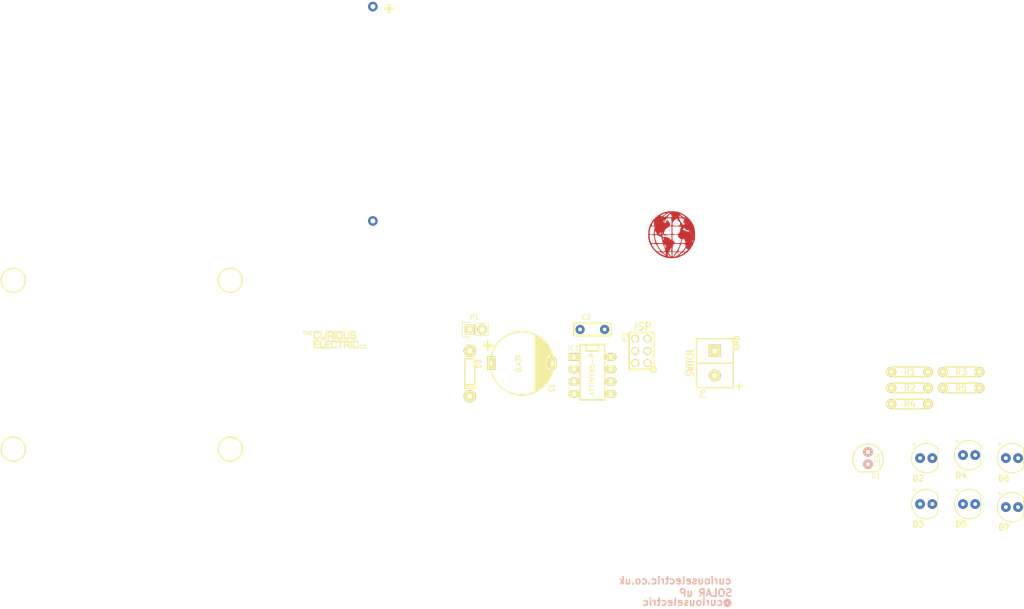
<source format=kicad_pcb>
(kicad_pcb (version 20171130) (host pcbnew "(5.1.0)-1")
  (layers (0 F.Cu signal) (31 B.Cu signal) (34 B.Paste user) (35 F.Paste user) (36 B.SilkS user) (37 F.SilkS user) (38 B.Mask user) (39 F.Mask user) (44 Edge.Cuts user))
  (net 0 "")
  (net 1 GND)
  (net 2 VCC)
  (net 3 "Net-(IC1-Pad1)")
  (net 4 /LED1)
  (net 5 /LED0)
  (net 6 /LED2)
  (net 7 /LED3)
  (net 8 "Net-(D9-Pad2)")
  (net 9 /SWITCH)
  (net 10 "Net-(P5-Pad1)")
  (net 11 "Net-(D1-Pad2)")
  (net 12 "Net-(D1-Pad1)")
  (net 13 "Net-(D3-Pad1)")
  (net 14 "Net-(D5-Pad1)")
  (module REInnovationFootprint:C_0_47F_SuperCap (layer F.Cu) (at 121.285 93.98)
    (fp_text reference C1 (at 6.143 5.16 -270) (layer F.SilkS) (effects (font (size 1.143 0.889) (thickness 0.2032))))
    (fp_text value 0.47F (at -0.635 0 -270) (layer F.SilkS) (effects (font (size 1.143 0.889) (thickness 0.2032))))
    (fp_text user + (at -6.985 -3.81) (layer F.SilkS) (effects (font (size 2.5 2.5) (thickness 0.5))))
    (pad 1 thru_hole rect (at -6.35 0) (size 1.6 2.8) (drill oval 0.5 1) (layers *.Cu *.Mask F.SilkS) (net 2 VCC))
    (pad 2 thru_hole oval (at 6.35 0) (size 1.6 2.8) (drill oval 0.5 1) (layers *.Cu *.Mask F.SilkS) (net 1 GND))
  )
  (module REInnovationFootprint:TH_Diode_1 (layer F.Cu) (at 110.49 95.758 270)
    (fp_text reference D9 (at -1.604 -1.858 270) (layer F.SilkS) (effects (font (size 1.016 1.016) (thickness 0.2032))))
    (fp_text value 1N5819 hide)
    (pad 1 thru_hole circle (at 5.08 0 270) (size 2.54 2.54) (drill 1.00076) (layers *.Cu *.Mask F.SilkS) (net 2 VCC))
    (pad 2 thru_hole circle (at -4.318 0 270) (size 2.54 2.54) (drill 1.00076) (layers *.Cu *.Mask F.SilkS) (net 8 "Net-(D9-Pad2)"))
  )
  (module REInnovationFootprint:DIP-8_300_ELL (layer F.Cu) (at 135.89 100.33 270)
    (fp_text reference IC1 (at -9.478 3.89) (layer F.SilkS))
    (fp_text value ATTINY85-P (at -4.017 0.08 270) (layer F.SilkS))
    (pad 1 thru_hole rect (at -7.62 3.81 270) (size 1.5748 2.286) (drill 0.8128) (layers *.Cu *.Mask F.SilkS) (net 3 "Net-(IC1-Pad1)"))
    (pad 2 thru_hole oval (at -5.08 3.81 270) (size 1.5748 2.286) (drill 0.8128) (layers *.Cu *.Mask F.SilkS) (net 4 /LED1))
    (pad 3 thru_hole oval (at -2.54 3.81 270) (size 1.5748 2.286) (drill 0.8128) (layers *.Cu *.Mask F.SilkS) (net 5 /LED0))
    (pad 4 thru_hole oval (at 0 3.81 270) (size 1.5748 2.286) (drill 0.8128) (layers *.Cu *.Mask F.SilkS) (net 1 GND))
    (pad 5 thru_hole oval (at 0 -3.81 270) (size 1.5748 2.286) (drill 0.8128) (layers *.Cu *.Mask F.SilkS) (net 7 /LED3))
    (pad 6 thru_hole oval (at -2.54 -3.81 270) (size 1.5748 2.286) (drill 0.8128) (layers *.Cu *.Mask F.SilkS) (net 6 /LED2))
    (pad 7 thru_hole oval (at -5.08 -3.81 270) (size 1.5748 2.286) (drill 0.8128) (layers *.Cu *.Mask F.SilkS) (net 9 /SWITCH))
    (pad 8 thru_hole oval (at -7.62 -3.81 270) (size 1.5748 2.286) (drill 0.8128) (layers *.Cu *.Mask F.SilkS) (net 2 VCC))
  )
  (module CuriousElectric3:CEC_Globe_10mm_FCU (layer F.Cu) (at 152.4 67.31)
    (fp_text reference P5 hide)
    (fp_text value LOGO1 hide)
    (fp_poly (pts (xy 0.230092 -4.822486) (xy 0.792908 -4.777429) (xy 1.267235 -4.688807) (xy 1.340706 -4.667542) (xy 2.157578 -4.328299) (xy 2.906366 -3.848203) (xy 3.436072 -3.372761) (xy 3.895128 -2.844669) (xy 4.241358 -2.322757) (xy 4.515748 -1.74238) (xy 4.585661 -1.559568) (xy 4.694208 -1.134991) (xy 4.761463 -0.602005) (xy 4.786724 -0.016601) (xy 4.769288 0.565234) (xy 4.708454 1.087509) (xy 4.623268 1.439333) (xy 4.251352 2.306343) (xy 3.758998 3.062829) (xy 3.153541 3.700203) (xy 2.442312 4.209878) (xy 2.105847 4.38761) (xy 1.727794 4.554278) (xy 1.34502 4.700212) (xy 1.024552 4.800467) (xy 0.948332 4.818372) (xy 0.590714 4.866643) (xy 0.138732 4.892962) (xy -0.333906 4.896002) (xy -0.753492 4.874436) (xy -0.931334 4.852214) (xy -1.397145 4.736206) (xy -1.917506 4.546832) (xy -2.413737 4.315238) (xy -2.683125 4.158727) (xy -3.248282 3.720076) (xy -2.794 3.720076) (xy -2.723212 3.790508) (xy -2.53362 3.912526) (xy -2.259386 4.065085) (xy -2.106863 4.14341) (xy -1.742472 4.318379) (xy -1.472379 4.43308) (xy -1.310818 4.483029) (xy -1.27202 4.463741) (xy -1.359776 4.378807) (xy -1.496247 4.269403) (xy -1.575752 4.204574) (xy -0.925894 4.204574) (xy -0.868603 4.341183) (xy -0.758702 4.471368) (xy -0.609663 4.59228) (xy -0.467889 4.653021) (xy -0.378369 4.643933) (xy -0.379736 4.628244) (xy 0.360409 4.628244) (xy 0.402507 4.646152) (xy 0.458702 4.628721) (xy 0.645329 4.57917) (xy 0.718202 4.572) (xy 0.837498 4.523907) (xy 1.038601 4.39991) (xy 1.149702 4.322145) (xy 1.511351 4.322145) (xy 1.525151 4.349207) (xy 1.637851 4.317468) (xy 1.651 4.312843) (xy 1.883427 4.213103) (xy 2.163446 4.070201) (xy 2.260457 4.015442) (xy 2.536293 3.839645) (xy 2.657844 3.722174) (xy 2.62795 3.658231) (xy 2.481496 3.642408) (xy 2.241535 3.713368) (xy 1.932671 3.926596) (xy 1.820333 4.023471) (xy 1.606421 4.219246) (xy 1.511351 4.322145) (xy 1.149702 4.322145) (xy 1.280736 4.230428) (xy 1.523129 4.045881) (xy 1.725007 3.876688) (xy 1.845597 3.75327) (xy 1.862666 3.718156) (xy 1.787142 3.671251) (xy 1.59677 3.643708) (xy 1.49492 3.640666) (xy 1.278331 3.653337) (xy 1.118297 3.712591) (xy 0.959046 3.850292) (xy 0.790977 4.042833) (xy 0.545686 4.34238) (xy 0.405149 4.532252) (xy 0.360409 4.628244) (xy -0.379736 4.628244) (xy -0.386092 4.555355) (xy -0.388599 4.550833) (xy -0.522195 4.362262) (xy -0.678414 4.202742) (xy -0.811145 4.1151) (xy -0.858974 4.113939) (xy -0.925894 4.204574) (xy -1.575752 4.204574) (xy -1.708706 4.096164) (xy -1.876496 3.958166) (xy -2.206667 3.73062) (xy -2.309146 3.698) (xy -1.862667 3.698) (xy -1.803602 3.782977) (xy -1.655475 3.927497) (xy -1.5875 3.986346) (xy -1.414453 4.124509) (xy -1.329278 4.158385) (xy -1.293209 4.096099) (xy -1.284472 4.049855) (xy -1.283022 3.848459) (xy -1.302981 3.761509) (xy -1.341434 3.73225) (xy -0.762 3.73225) (xy -0.714139 3.832567) (xy -0.594367 4.010218) (xy -0.4384 4.218718) (xy -0.281957 4.411577) (xy -0.160755 4.542309) (xy -0.116801 4.572) (xy -0.099198 4.495397) (xy -0.087526 4.297806) (xy -0.084667 4.106333) (xy -0.084667 3.640666) (xy 0.084666 3.640666) (xy 0.08846 4.1275) (xy 0.092254 4.614333) (xy 0.46946 4.193318) (xy 0.660959 3.970404) (xy 0.796726 3.794853) (xy 0.846666 3.706485) (xy 0.770958 3.667224) (xy 0.579417 3.64368) (xy 0.465666 3.640666) (xy 0.084666 3.640666) (xy -0.084667 3.640666) (xy -0.423334 3.640666) (xy -0.635502 3.660978) (xy -0.753397 3.711741) (xy -0.762 3.73225) (xy -1.341434 3.73225) (xy -1.395683 3.690973) (xy -1.564703 3.647262) (xy -1.740008 3.638322) (xy -1.85156 3.6721) (xy -1.862667 3.698) (xy -2.309146 3.698) (xy -2.483261 3.642578) (xy -2.527554 3.640666) (xy -2.711226 3.662681) (xy -2.793663 3.716072) (xy -2.794 3.720076) (xy -3.248282 3.720076) (xy -3.271249 3.70225) (xy -3.808462 3.140101) (xy -4.266574 2.510811) (xy -4.533182 2.010833) (xy -4.233017 2.010833) (xy -4.178475 2.167604) (xy -4.035999 2.406897) (xy -3.835777 2.689908) (xy -3.608002 2.977831) (xy -3.382863 3.231864) (xy -3.19055 3.4132) (xy -3.093657 3.475295) (xy -2.877856 3.531343) (xy -2.644773 3.549618) (xy -2.469682 3.526676) (xy -2.433093 3.505536) (xy -2.450226 3.415203) (xy -2.546802 3.233849) (xy -2.660337 3.061036) (xy -2.862439 2.758868) (xy -3.059312 2.440438) (xy -3.135613 2.307166) (xy -3.259051 2.098237) (xy -3.298381 2.061206) (xy -3.048 2.061206) (xy -3.001712 2.192223) (xy -2.880931 2.416216) (xy -2.712787 2.690711) (xy -2.524409 2.973234) (xy -2.342926 3.221309) (xy -2.201563 3.386437) (xy -1.986062 3.511331) (xy -1.732527 3.538716) (xy -1.508553 3.46951) (xy -1.42444 3.387458) (xy -0.532896 3.387458) (xy -0.511343 3.511738) (xy -0.352842 3.544441) (xy -0.309511 3.539675) (xy -0.206551 3.505842) (xy -0.14874 3.414156) (xy -0.120758 3.223487) (xy -0.113644 3.070894) (xy 0.083959 3.070894) (xy 0.092513 3.331435) (xy 0.135354 3.491521) (xy 0.145014 3.503458) (xy 0.259335 3.53471) (xy 0.477659 3.543366) (xy 0.589514 3.538736) (xy 0.783913 3.52087) (xy 0.91714 3.476714) (xy 0.951281 3.444301) (xy 1.318578 3.444301) (xy 1.320044 3.483809) (xy 1.434653 3.536221) (xy 1.645996 3.553824) (xy 1.885244 3.537356) (xy 2.08357 3.487555) (xy 2.109152 3.475354) (xy 2.120173 3.465684) (xy 2.455333 3.465684) (xy 2.518506 3.549278) (xy 2.677627 3.550474) (xy 2.887094 3.479816) (xy 3.101308 3.347846) (xy 3.152497 3.304481) (xy 3.315695 3.149825) (xy 3.361178 3.075912) (xy 3.299169 3.05255) (xy 3.2385 3.050481) (xy 3.084796 3.000149) (xy 3.048 2.921) (xy 3.007622 2.808251) (xy 2.973382 2.794) (xy 2.877714 2.857553) (xy 2.736618 3.012111) (xy 2.591861 3.20352) (xy 2.485208 3.377626) (xy 2.455333 3.465684) (xy 2.120173 3.465684) (xy 2.23373 3.366049) (xy 2.409473 3.160803) (xy 2.579079 2.931187) (xy 2.748036 2.677322) (xy 2.831541 2.5109) (xy 2.843586 2.382307) (xy 2.798162 2.241929) (xy 2.783158 2.207499) (xy 2.693082 2.04516) (xy 2.573344 1.969303) (xy 2.362513 1.94792) (xy 2.283866 1.947333) (xy 1.899735 1.947333) (xy 1.587582 2.679476) (xy 1.456422 3.004776) (xy 1.362527 3.272427) (xy 1.318578 3.444301) (xy 0.951281 3.444301) (xy 1.025305 3.374026) (xy 1.144516 3.180561) (xy 1.281327 2.921) (xy 1.48774 2.521428) (xy 1.613378 2.249383) (xy 1.652113 2.080399) (xy 1.597813 1.990009) (xy 1.44435 1.953746) (xy 1.185594 1.947145) (xy 1.037386 1.947333) (xy 0.370029 1.947333) (xy 0.227347 2.246539) (xy 0.155045 2.472446) (xy 0.106026 2.765898) (xy 0.083959 3.070894) (xy -0.113644 3.070894) (xy -0.110603 3.005666) (xy -0.106733 2.744351) (xy -0.118935 2.63965) (xy -0.149645 2.679394) (xy -0.166175 2.728232) (xy -0.273097 2.964785) (xy -0.414252 3.182684) (xy -0.532896 3.387458) (xy -1.42444 3.387458) (xy -1.412439 3.375752) (xy -1.386179 3.256523) (xy -1.425702 3.06063) (xy -1.538351 2.758926) (xy -1.609701 2.592585) (xy -1.825083 2.102487) (xy -1.628362 2.102487) (xy -1.574817 2.282258) (xy -1.50802 2.455333) (xy -1.40357 2.689592) (xy -1.321413 2.843327) (xy -1.289898 2.878666) (xy -1.273971 2.804178) (xy -1.284178 2.617131) (xy -1.294766 2.527797) (xy -1.378806 2.222201) (xy -1.52516 2.058202) (xy -1.625142 2.033296) (xy -1.628362 2.102487) (xy -1.825083 2.102487) (xy -1.893269 1.947333) (xy -2.470635 1.947333) (xy -2.798436 1.957141) (xy -2.982402 1.989791) (xy -3.04707 2.050124) (xy -3.048 2.061206) (xy -3.298381 2.061206) (xy -3.372433 1.991485) (xy -3.537482 1.952617) (xy -3.783258 1.947333) (xy -4.03334 1.958116) (xy -4.196617 1.985844) (xy -4.233017 2.010833) (xy -4.533182 2.010833) (xy -4.617393 1.852911) (xy -4.827654 1.227619) (xy -4.890095 0.802586) (xy -4.917063 0.277066) (xy -4.91441 0.074936) (xy -4.682062 0.074936) (xy -4.630807 0.623818) (xy -4.58302 0.968185) (xy -4.51233 1.29212) (xy -4.453096 1.47535) (xy -4.366988 1.654808) (xy -4.266794 1.744198) (xy -4.09524 1.774802) (xy -3.898987 1.778) (xy -3.656373 1.76669) (xy -3.502075 1.737743) (xy -3.472756 1.7145) (xy -3.489326 1.608371) (xy -3.532525 1.377223) (xy -3.594605 1.061846) (xy -3.629553 0.889) (xy -3.736269 0.365632) (xy -3.556 0.365632) (xy -3.530312 0.614517) (xy -3.464284 0.931058) (xy -3.374469 1.254782) (xy -3.277422 1.525221) (xy -3.198328 1.672166) (xy -3.057982 1.734824) (xy -2.776495 1.770851) (xy -2.525797 1.778) (xy -1.939661 1.778) (xy -1.995403 1.4605) (xy -2.065894 1.065064) (xy -2.102674 0.899609) (xy -1.933783 0.899609) (xy -1.912685 0.984172) (xy -1.843164 1.077889) (xy -1.758292 1.030157) (xy -1.704002 0.914571) (xy -1.759656 0.831144) (xy -1.872452 0.771611) (xy -1.914049 0.785159) (xy -1.933783 0.899609) (xy -2.102674 0.899609) (xy -2.124913 0.799573) (xy -2.192658 0.627628) (xy -2.289327 0.51283) (xy -2.435121 0.418778) (xy -2.628192 0.320195) (xy -2.871408 0.213542) (xy -2.000616 0.213542) (xy -1.998726 0.218591) (xy -1.952165 0.409319) (xy -1.947334 0.472591) (xy -1.882083 0.567612) (xy -1.735393 0.588175) (xy -1.580863 0.527928) (xy -1.556227 0.506359) (xy -1.42059 0.476619) (xy -1.190395 0.519108) (xy -0.912998 0.613678) (xy -0.635755 0.740174) (xy -0.40602 0.878447) (xy -0.27115 1.008345) (xy -0.254 1.060507) (xy -0.207591 1.171776) (xy -0.169334 1.185333) (xy -0.12509 1.107575) (xy -0.094799 0.901593) (xy -0.084667 0.635) (xy -0.084667 0.084666) (xy 0.084666 0.084666) (xy 0.084666 0.663743) (xy 0.089747 0.974021) (xy 0.114192 1.159117) (xy 0.171807 1.263089) (xy 0.276398 1.329998) (xy 0.296333 1.339261) (xy 0.46271 1.47561) (xy 0.508 1.606851) (xy 0.522654 1.694536) (xy 0.590116 1.745871) (xy 0.745633 1.770417) (xy 1.024454 1.777735) (xy 1.13902 1.778) (xy 1.77004 1.778) (xy 1.951566 1.778) (xy 2.372783 1.778) (xy 2.629064 1.767447) (xy 2.755623 1.726633) (xy 2.791259 1.641819) (xy 2.791307 1.629833) (xy 2.739589 1.444154) (xy 2.738311 1.441966) (xy 4.179576 1.441966) (xy 4.195587 1.531422) (xy 4.263019 1.579315) (xy 4.326654 1.476046) (xy 4.382656 1.30334) (xy 4.396715 1.23069) (xy 4.353366 1.216681) (xy 4.265648 1.286065) (xy 4.179576 1.441966) (xy 2.738311 1.441966) (xy 2.670122 1.32527) (xy 2.594044 1.154595) (xy 2.597206 1.050103) (xy 2.59231 0.946321) (xy 2.555983 0.931333) (xy 2.404556 0.903039) (xy 2.336434 0.880393) (xy 2.221888 0.895175) (xy 2.124584 1.045454) (xy 2.036949 1.34543) (xy 2.004375 1.502833) (xy 1.951566 1.778) (xy 1.77004 1.778) (xy 1.858214 1.4605) (xy 1.928803 1.168854) (xy 1.936439 1.004738) (xy 1.879453 0.937828) (xy 1.829104 0.931333) (xy 1.712553 0.87854) (xy 1.559361 0.747777) (xy 1.405443 0.580465) (xy 1.321536 0.465666) (xy 4.402666 0.465666) (xy 4.445 0.508) (xy 4.487333 0.465666) (xy 4.445 0.423333) (xy 4.402666 0.465666) (xy 1.321536 0.465666) (xy 1.286715 0.418025) (xy 1.239091 0.301879) (xy 1.257624 0.272236) (xy 1.313721 0.221203) (xy 4.17777 0.221203) (xy 4.191 0.254) (xy 4.267082 0.33477) (xy 4.280663 0.338666) (xy 4.317029 0.27316) (xy 4.318 0.254) (xy 4.252912 0.172586) (xy 4.228336 0.169333) (xy 4.17777 0.221203) (xy 1.313721 0.221203) (xy 1.349655 0.188513) (xy 1.354666 0.162277) (xy 1.276925 0.125181) (xy 1.071281 0.097739) (xy 0.779101 0.085006) (xy 0.719666 0.084666) (xy 0.084666 0.084666) (xy -0.084667 0.084666) (xy -0.54635 0.084666) (xy -0.852468 0.102932) (xy -1.121586 0.149528) (xy -1.22598 0.18397) (xy -1.414542 0.240896) (xy -1.53692 0.190107) (xy -1.54323 0.18397) (xy -1.701912 0.105241) (xy -1.846326 0.084666) (xy -1.992198 0.113332) (xy -2.000616 0.213542) (xy -2.871408 0.213542) (xy -2.917827 0.193187) (xy -3.183413 0.108077) (xy -3.323167 0.086085) (xy -3.482885 0.105406) (xy -3.546115 0.200351) (xy -3.556 0.365632) (xy -3.736269 0.365632) (xy -3.784928 0.127) (xy -4.682062 0.074936) (xy -4.91441 0.074936) (xy -4.909689 -0.284567) (xy -4.907376 -0.314964) (xy -4.681503 -0.314964) (xy -4.660606 -0.166865) (xy -4.581808 -0.085116) (xy -4.580939 -0.084606) (xy -4.377671 -0.022376) (xy -4.11845 -0.006567) (xy -3.894791 -0.039618) (xy -3.839175 -0.064844) (xy -3.789619 -0.172407) (xy -3.773305 -0.249236) (xy -3.582063 -0.249236) (xy -3.54219 -0.111114) (xy -3.538127 -0.105834) (xy -3.420725 -0.010267) (xy -3.284267 -0.042763) (xy -3.227997 -0.076285) (xy -3.164121 -0.151943) (xy -3.179166 -0.21732) (xy -2.577938 -0.21732) (xy -2.577195 -0.073945) (xy -2.556087 -0.04431) (xy -2.423416 -0.006362) (xy -2.287625 -0.085643) (xy -2.216612 -0.233699) (xy -2.222485 -0.285045) (xy -2.032 -0.285045) (xy -2.005539 -0.117697) (xy -1.947481 -0.03885) (xy -1.889814 -0.080602) (xy -1.875894 -0.128398) (xy -1.898878 -0.303163) (xy -1.939394 -0.364594) (xy -2.012271 -0.395348) (xy -2.032 -0.285045) (xy -2.222485 -0.285045) (xy -2.233743 -0.383468) (xy -2.313418 -0.409684) (xy -1.68182 -0.409684) (xy -1.677171 -0.207141) (xy -1.560256 -0.077755) (xy -1.502834 -0.059753) (xy -1.149355 -0.019873) (xy -0.747014 -0.014651) (xy -0.394933 -0.044676) (xy -0.34925 -0.052917) (xy -0.084667 -0.105834) (xy -0.084667 -0.898073) (xy 0.084666 -0.898073) (xy 0.086744 -0.507216) (xy 0.108852 -0.254636) (xy 0.174797 -0.109318) (xy 0.30839 -0.040249) (xy 0.533439 -0.016414) (xy 0.766557 -0.009822) (xy 1.025354 -0.021249) (xy 1.212578 -0.094911) (xy 1.344176 -0.209102) (xy 3.916564 -0.209102) (xy 3.933518 -0.174967) (xy 4.014251 -0.087434) (xy 4.029102 -0.149163) (xy 4.008549 -0.215319) (xy 3.946216 -0.307525) (xy 3.918062 -0.305618) (xy 3.916564 -0.209102) (xy 1.344176 -0.209102) (xy 1.408952 -0.265309) (xy 1.44106 -0.298116) (xy 1.622003 -0.509478) (xy 1.70228 -0.698122) (xy 1.714678 -0.945562) (xy 1.713501 -0.975449) (xy 1.714299 -1.03373) (xy 2.218321 -1.03373) (xy 2.2421 -0.952774) (xy 2.402633 -0.931334) (xy 2.603176 -0.882818) (xy 2.70541 -0.809061) (xy 2.85349 -0.718846) (xy 3.083092 -0.658314) (xy 3.117944 -0.65396) (xy 3.341011 -0.628692) (xy 3.48684 -0.609057) (xy 3.498708 -0.6069) (xy 3.544194 -0.661657) (xy 3.540311 -0.740834) (xy 3.525376 -0.762) (xy 3.725333 -0.762) (xy 3.75422 -0.679535) (xy 3.762669 -0.677334) (xy 3.834955 -0.736663) (xy 3.852333 -0.762) (xy 3.84562 -0.840019) (xy 3.814996 -0.846667) (xy 3.728778 -0.785207) (xy 3.725333 -0.762) (xy 3.525376 -0.762) (xy 3.466036 -0.846094) (xy 3.272072 -0.902588) (xy 3.146044 -0.91538) (xy 2.907233 -0.9502) (xy 2.818523 -1.01366) (xy 2.822574 -1.05301) (xy 2.788136 -1.16682) (xy 2.668427 -1.253945) (xy 2.490812 -1.296987) (xy 2.351126 -1.210121) (xy 2.336461 -1.194315) (xy 2.218321 -1.03373) (xy 1.714299 -1.03373) (xy 1.716853 -1.219971) (xy 1.762123 -1.333715) (xy 1.828373 -1.354667) (xy 1.927907 -1.418249) (xy 1.931371 -1.502834) (xy 1.898271 -1.569773) (xy 1.809673 -1.615224) (xy 1.635947 -1.644629) (xy 1.347464 -1.663429) (xy 0.993829 -1.675032) (xy 0.084666 -1.699063) (xy 0.084666 -0.898073) (xy -0.084667 -0.898073) (xy -0.084667 -1.693334) (xy -0.371942 -1.693334) (xy -0.603192 -1.656065) (xy -0.707952 -1.566334) (xy -0.818663 -1.453742) (xy -0.881981 -1.439334) (xy -1.038384 -1.379147) (xy -1.223724 -1.235434) (xy -1.378208 -1.063469) (xy -1.442027 -0.921625) (xy -1.492325 -0.765379) (xy -1.569027 -0.639985) (xy -1.68182 -0.409684) (xy -2.313418 -0.409684) (xy -2.354904 -0.423334) (xy -2.490377 -0.359148) (xy -2.577938 -0.21732) (xy -3.179166 -0.21732) (xy -3.192722 -0.276224) (xy -3.267418 -0.413656) (xy -3.384003 -0.58721) (xy -3.470359 -0.674782) (xy -3.479718 -0.677334) (xy -3.54336 -0.605412) (xy -3.579964 -0.438358) (xy -3.582063 -0.249236) (xy -3.773305 -0.249236) (xy -3.739437 -0.408728) (xy -3.696229 -0.733435) (xy -3.680088 -0.910215) (xy -3.618826 -1.693334) (xy -3.997345 -1.693334) (xy -4.233702 -1.684369) (xy -4.360327 -1.628679) (xy -4.436782 -1.483066) (xy -4.480937 -1.342631) (xy -4.561314 -1.03092) (xy -4.634197 -0.679176) (xy -4.651444 -0.577995) (xy -4.681503 -0.314964) (xy -4.907376 -0.314964) (xy -4.869101 -0.817937) (xy -4.796432 -1.25867) (xy -4.783062 -1.311956) (xy -4.563451 -1.896058) (xy -4.193813 -1.896058) (xy -4.100031 -1.80539) (xy -3.915218 -1.818235) (xy -3.741888 -1.865711) (xy -3.666382 -1.893397) (xy -3.667984 -1.97903) (xy -3.690716 -2.179264) (xy -3.711991 -2.331015) (xy -3.726317 -2.427327) (xy -1.592512 -2.427327) (xy -1.501466 -2.373732) (xy -1.448392 -2.370667) (xy -1.281665 -2.444955) (xy -1.195452 -2.657896) (xy -1.185334 -2.800925) (xy -1.141084 -2.942392) (xy -1.026117 -2.963446) (xy -0.867107 -2.8822) (xy -0.690728 -2.716766) (xy -0.523655 -2.485253) (xy -0.42191 -2.282563) (xy -0.354984 -2.080886) (xy -0.374541 -1.984774) (xy -0.407132 -1.966846) (xy -0.47178 -1.889189) (xy -0.461198 -1.855436) (xy -0.401436 -1.78742) (xy -0.304983 -1.797737) (xy -0.218592 -1.829392) (xy -0.125014 -1.954265) (xy -0.088371 -2.206698) (xy 0.084666 -2.206698) (xy 0.096443 -1.989739) (xy 0.158922 -1.887438) (xy 0.312828 -1.845413) (xy 0.359833 -1.839248) (xy 0.903063 -1.793185) (xy 1.293438 -1.808514) (xy 1.528679 -1.8851) (xy 1.560285 -1.911048) (xy 1.660702 -2.103343) (xy 1.671391 -2.343214) (xy 1.606344 -2.574973) (xy 1.479555 -2.742935) (xy 1.338419 -2.794) (xy 1.187837 -2.851813) (xy 1.118161 -2.979876) (xy 1.158535 -3.110127) (xy 1.19171 -3.136609) (xy 1.259352 -3.230199) (xy 1.24253 -3.273025) (xy 1.129498 -3.284911) (xy 1.013298 -3.235295) (xy 0.830341 -3.152137) (xy 0.729178 -3.132667) (xy 0.613805 -3.065486) (xy 0.473633 -2.898106) (xy 0.434551 -2.836334) (xy 0.304791 -2.649729) (xy 0.19511 -2.546947) (xy 0.172188 -2.54) (xy 0.117025 -2.464975) (xy 0.086689 -2.277889) (xy 0.084666 -2.206698) (xy -0.088371 -2.206698) (xy -0.084979 -2.230064) (xy -0.099169 -2.646842) (xy -0.138509 -2.99385) (xy -0.181909 -3.310492) (xy 1.452764 -3.310492) (xy 1.487982 -3.207163) (xy 1.566333 -3.132667) (xy 1.667963 -2.968164) (xy 1.693333 -2.827919) (xy 1.768321 -2.620531) (xy 1.905 -2.489881) (xy 2.056669 -2.359984) (xy 2.116666 -2.250863) (xy 2.183276 -2.078781) (xy 2.339635 -2.00725) (xy 2.463588 -2.036419) (xy 2.612356 -2.139496) (xy 2.66272 -2.19441) (xy 2.635411 -2.286) (xy 2.921 -2.286) (xy 2.927712 -2.207982) (xy 2.958336 -2.201334) (xy 3.044554 -2.262794) (xy 3.048 -2.286) (xy 3.019113 -2.368466) (xy 3.010663 -2.370667) (xy 2.938377 -2.311338) (xy 2.921 -2.286) (xy 2.635411 -2.286) (xy 2.634259 -2.289862) (xy 2.502037 -2.422275) (xy 2.478082 -2.440332) (xy 2.407082 -2.497667) (xy 3.132666 -2.497667) (xy 3.175 -2.455334) (xy 3.217333 -2.497667) (xy 3.175 -2.54) (xy 3.132666 -2.497667) (xy 2.407082 -2.497667) (xy 2.327586 -2.561862) (xy 2.317381 -2.596445) (xy 3.414888 -2.596445) (xy 3.426511 -2.546111) (xy 3.471333 -2.54) (xy 3.541023 -2.570979) (xy 3.527777 -2.596445) (xy 3.427298 -2.606578) (xy 3.414888 -2.596445) (xy 2.317381 -2.596445) (xy 2.301797 -2.64925) (xy 2.376708 -2.751667) (xy 2.963333 -2.751667) (xy 3.005666 -2.709334) (xy 3.048 -2.751667) (xy 3.005666 -2.794) (xy 2.963333 -2.751667) (xy 2.376708 -2.751667) (xy 2.385136 -2.763189) (xy 2.392979 -2.771878) (xy 2.518291 -2.945047) (xy 2.509928 -3.086093) (xy 2.399877 -3.231834) (xy 2.233756 -3.334501) (xy 2.568769 -3.334501) (xy 2.582333 -3.302) (xy 2.694492 -3.220495) (xy 2.719326 -3.217334) (xy 2.76523 -3.2695) (xy 2.751666 -3.302) (xy 2.639507 -3.383506) (xy 2.614673 -3.386667) (xy 2.568769 -3.334501) (xy 2.233756 -3.334501) (xy 2.219661 -3.343212) (xy 1.924514 -3.385557) (xy 1.849544 -3.386667) (xy 1.571276 -3.368524) (xy 1.452764 -3.310492) (xy -0.181909 -3.310492) (xy -0.19235 -3.386667) (xy -0.633386 -3.386667) (xy -0.934903 -3.366136) (xy -1.14458 -3.282285) (xy -1.311741 -3.101727) (xy -1.471457 -2.819372) (xy -1.582071 -2.567368) (xy -1.592512 -2.427327) (xy -3.726317 -2.427327) (xy -3.760308 -2.655826) (xy -1.857042 -2.655826) (xy -1.791591 -2.624667) (xy -1.709884 -2.693324) (xy -1.615172 -2.855868) (xy -1.547758 -3.012415) (xy -1.566433 -3.030775) (xy -1.686249 -2.927413) (xy -1.828239 -2.766177) (xy -1.857042 -2.655826) (xy -3.760308 -2.655826) (xy -3.774566 -2.751667) (xy -4.009985 -2.383956) (xy -4.164205 -2.091346) (xy -4.193813 -1.896058) (xy -4.563451 -1.896058) (xy -4.491556 -2.087275) (xy -4.054312 -2.805426) (xy -3.490567 -3.447418) (xy -3.251913 -3.641911) (xy -0.931334 -3.641911) (xy -0.855189 -3.592904) (xy -0.660498 -3.561799) (xy -0.508 -3.556) (xy -0.084667 -3.556) (xy -0.084667 -3.725334) (xy 1.524 -3.725334) (xy 1.573608 -3.592549) (xy 1.735666 -3.556) (xy 1.894797 -3.58397) (xy 1.947333 -3.637688) (xy 1.881773 -3.731343) (xy 1.737291 -3.834295) (xy 1.592188 -3.89295) (xy 1.571899 -3.894667) (xy 1.532927 -3.823487) (xy 1.524 -3.725334) (xy -0.084667 -3.725334) (xy -0.084667 -3.841967) (xy -0.12383 -4.076313) (xy -0.188867 -4.187445) (xy 1.652532 -4.187445) (xy 1.723728 -4.084948) (xy 1.873504 -3.947193) (xy 2.068442 -3.799935) (xy 2.275126 -3.668929) (xy 2.46014 -3.57993) (xy 2.566163 -3.55623) (xy 2.72481 -3.581131) (xy 2.750576 -3.642431) (xy 2.638617 -3.742749) (xy 2.427101 -3.880982) (xy 2.170334 -4.027002) (xy 1.922626 -4.150683) (xy 1.738283 -4.221898) (xy 1.693333 -4.228929) (xy 1.652532 -4.187445) (xy -0.188867 -4.187445) (xy -0.219535 -4.239848) (xy -0.220984 -4.241066) (xy -0.318038 -4.292295) (xy -0.423392 -4.255697) (xy -0.578597 -4.111637) (xy -0.644317 -4.04101) (xy -0.810195 -3.844098) (xy -0.913855 -3.690434) (xy -0.931334 -3.641911) (xy -3.251913 -3.641911) (xy -3.147055 -3.727365) (xy -1.800971 -3.727365) (xy -1.776232 -3.686847) (xy -1.616581 -3.680257) (xy -1.533774 -3.682047) (xy -1.337738 -3.703248) (xy -1.17415 -3.775181) (xy -0.99478 -3.927529) (xy -0.803953 -4.131208) (xy -0.620061 -4.346642) (xy -0.504711 -4.50367) (xy -0.480373 -4.571339) (xy -0.483969 -4.572) (xy -0.601193 -4.528508) (xy -0.813255 -4.416138) (xy -1.075528 -4.262052) (xy -1.343387 -4.093411) (xy -1.572204 -3.937376) (xy -1.716809 -3.821647) (xy -1.800971 -3.727365) (xy -3.147055 -3.727365) (xy -2.919375 -3.912913) (xy -2.320782 -3.912913) (xy -2.282398 -3.847994) (xy -2.223174 -3.786709) (xy -2.156305 -3.771337) (xy -2.049252 -3.815132) (xy -1.869476 -3.931349) (xy -1.5875 -4.131052) (xy -1.372071 -4.289856) (xy -1.226119 -4.406628) (xy -1.185334 -4.449187) (xy -1.254859 -4.446036) (xy -1.431743 -4.391942) (xy -1.668447 -4.304377) (xy -1.917433 -4.200814) (xy -2.113033 -4.108213) (xy -2.285016 -4.00137) (xy -2.320782 -3.912913) (xy -2.919375 -3.912913) (xy -2.819555 -3.994261) (xy -2.060513 -4.426966) (xy -1.360467 -4.690843) (xy -0.909478 -4.779735) (xy -0.35833 -4.823435) (xy 0.230092 -4.822486)) (layer F.Cu) (width 0.01))
    (pad 1 smd circle (at 0 0) (size 0.01 0.01) (layers F.Cu F.Paste F.Mask) (net 10 "Net-(P5-Pad1)") (clearance 5))
  )
  (module CuriousElectric3:TCEC_Words_13mm (layer F.Cu) (at 75.565 86.995)
    (fp_text reference P7 hide)
    (fp_text value LOGO2 hide)
  )
  (module REInnovationFootprint:LED-5MM_larg_pad (layer F.Cu) (at 193.04 113.665 270)
    (fp_text reference D1 (at 3.683 -1.651) (layer F.SilkS))
    (fp_text value LED (at 0.381 -1.905 270) (layer F.SilkS))
    (pad 2 thru_hole circle (at -1.27 0 270) (size 2.032 2.032) (drill 0.8128) (layers *.Cu *.SilkS *.Mask F.Paste) (net 11 "Net-(D1-Pad2)"))
    (pad 1 thru_hole circle (at 1.27 0 270) (size 2.032 2.032) (drill 0.8128) (layers *.Cu *.SilkS *.Mask F.Paste) (net 12 "Net-(D1-Pad1)"))
  )
  (module REInnovationFootprint:C1_wide_lg_pad_2 (layer F.Cu) (at 137.16 86.995 180)
    (fp_text reference C2 (at 2.54 2.54 180) (layer F.SilkS) (effects (font (size 1.016 1.016) (thickness 0.2032))))
    (fp_text value 100n hide)
    (pad 1 thru_hole circle (at -1.27 0 180) (size 1.905 1.905) (drill 0.8001) (layers *.Cu *.Mask) (net 2 VCC))
    (pad 2 thru_hole circle (at 3.81 0 180) (size 1.905 1.905) (drill 0.8001) (layers *.Cu *.Mask) (net 1 GND))
  )
  (module REInnovationFootprint:LED-5MM_larg_pad (layer F.Cu) (at 205.105 113.665)
    (fp_text reference D2 (at -1.651 4.191 -180) (layer F.SilkS) (effects (font (size 1.2 1.2) (thickness 0.3))))
    (fp_text value LED hide)
    (fp_text user + (at -2.54 -2.921) (layer F.SilkS))
    (pad 2 thru_hole circle (at 1.27 0) (size 2.032 2.032) (drill 0.8128) (layers *.Cu *.Mask) (net 12 "Net-(D1-Pad1)"))
    (pad 1 thru_hole circle (at -1.27 0) (size 2.032 2.032) (drill 0.8128) (layers *.Cu *.Mask) (net 11 "Net-(D1-Pad2)"))
  )
  (module REInnovationFootprint:LED-5MM_larg_pad (layer F.Cu) (at 205.105 123.19)
    (fp_text reference D3 (at -1.651 4.191 -180) (layer F.SilkS) (effects (font (size 1.2 1.2) (thickness 0.3))))
    (fp_text value LED hide)
    (fp_text user + (at -2.54 -2.921) (layer F.SilkS))
    (pad 1 thru_hole circle (at -1.27 0) (size 2.032 2.032) (drill 0.8128) (layers *.Cu *.Mask) (net 13 "Net-(D3-Pad1)"))
    (pad 2 thru_hole circle (at 1.27 0) (size 2.032 2.032) (drill 0.8128) (layers *.Cu *.Mask) (net 12 "Net-(D1-Pad1)"))
  )
  (module REInnovationFootprint:LED-5MM_larg_pad (layer F.Cu) (at 213.995 113.03)
    (fp_text reference D4 (at -1.651 4.191 -180) (layer F.SilkS) (effects (font (size 1.2 1.2) (thickness 0.3))))
    (fp_text value LED hide)
    (fp_text user + (at -2.54 -2.921) (layer F.SilkS))
    (pad 2 thru_hole circle (at 1.27 0) (size 2.032 2.032) (drill 0.8128) (layers *.Cu *.Mask) (net 13 "Net-(D3-Pad1)"))
    (pad 1 thru_hole circle (at -1.27 0) (size 2.032 2.032) (drill 0.8128) (layers *.Cu *.Mask) (net 12 "Net-(D1-Pad1)"))
  )
  (module REInnovationFootprint:LED-5MM_larg_pad (layer F.Cu) (at 213.995 123.19)
    (fp_text reference D5 (at -1.651 4.191 -180) (layer F.SilkS) (effects (font (size 1.2 1.2) (thickness 0.3))))
    (fp_text value LED hide)
    (fp_text user + (at -2.54 -2.921) (layer F.SilkS))
    (pad 1 thru_hole circle (at -1.27 0) (size 2.032 2.032) (drill 0.8128) (layers *.Cu *.Mask) (net 14 "Net-(D5-Pad1)"))
    (pad 2 thru_hole circle (at 1.27 0) (size 2.032 2.032) (drill 0.8128) (layers *.Cu *.Mask) (net 13 "Net-(D3-Pad1)"))
  )
  (module REInnovationFootprint:LED-5MM_larg_pad (layer F.Cu) (at 222.885 113.665)
    (fp_text reference D6 (at -1.651 4.191 -180) (layer F.SilkS) (effects (font (size 1.2 1.2) (thickness 0.3))))
    (fp_text value LED hide)
    (fp_text user + (at -2.54 -2.921) (layer F.SilkS))
    (pad 2 thru_hole circle (at 1.27 0) (size 2.032 2.032) (drill 0.8128) (layers *.Cu *.Mask) (net 14 "Net-(D5-Pad1)"))
    (pad 1 thru_hole circle (at -1.27 0) (size 2.032 2.032) (drill 0.8128) (layers *.Cu *.Mask) (net 13 "Net-(D3-Pad1)"))
  )
  (module REInnovationFootprint:LED-5MM_larg_pad (layer F.Cu) (at 222.885 123.825)
    (fp_text reference D7 (at -1.651 4.191 -180) (layer F.SilkS) (effects (font (size 1.2 1.2) (thickness 0.3))))
    (fp_text value LED hide)
    (fp_text user + (at -2.54 -2.921) (layer F.SilkS))
    (pad 1 thru_hole circle (at -1.27 0) (size 2.032 2.032) (drill 0.8128) (layers *.Cu *.Mask) (net 11 "Net-(D1-Pad2)"))
    (pad 2 thru_hole circle (at 1.27 0) (size 2.032 2.032) (drill 0.8128) (layers *.Cu *.Mask) (net 14 "Net-(D5-Pad1)"))
  )
  (module REInnovationFootprint:ISP_3x2 (layer F.Cu) (at 146.05 90.805 90)
    (fp_text reference P2 (at 2.239 -3.382 90) (layer F.SilkS))
    (fp_text value ISP (at 4.398 0.301) (layer F.SilkS) (effects (font (size 1.524 1.524) (thickness 0.3048))))
    (pad 2 thru_hole circle (at -3.175 -1.27 90) (size 1.6002 1.6002) (drill 1.00076) (layers *.Cu *.Mask F.SilkS) (net 2 VCC))
    (pad 1 thru_hole circle (at -3.175 1.27 90) (size 1.6002 1.6002) (drill 1.00076) (layers *.Cu *.Mask F.SilkS) (net 6 /LED2))
    (pad 4 thru_hole circle (at -0.635 -1.27 90) (size 1.6002 1.6002) (drill 1.00076) (layers *.Cu *.Mask F.SilkS) (net 7 /LED3))
    (pad 3 thru_hole circle (at -0.635 1.27 90) (size 1.6002 1.6002) (drill 1.00076) (layers *.Cu *.Mask F.SilkS) (net 9 /SWITCH))
    (pad 6 thru_hole circle (at 1.905 -1.27 90) (size 1.6002 1.6002) (drill 1.00076) (layers *.Cu *.Mask F.SilkS) (net 1 GND))
    (pad 5 thru_hole circle (at 1.905 1.27 90) (size 1.6002 1.6002) (drill 1.00076) (layers *.Cu *.Mask F.SilkS) (net 3 "Net-(IC1-Pad1)"))
  )
  (module REInnovationFootprint:SIL-2_screw_terminal (layer F.Cu) (at 161.29 91.44 270)
    (fp_text reference P6 (at 8.89 2.54 270) (layer F.SilkS))
    (fp_text value SWITCH (at 2.54 5.08 270) (layer F.SilkS) (effects (font (size 1.524 1.016) (thickness 0.254))))
    (fp_text user + (at 7.366 -4.953 270) (layer F.SilkS) (effects (font (size 1.524 1.524) (thickness 0.3048))))
    (fp_text user GND (at -1.651 -4.572 90) (layer F.SilkS) (effects (font (thickness 0.25))))
    (pad 2 thru_hole circle (at 5.08 0 270) (size 2.49936 2.49936) (drill 1.00076) (layers *.Cu *.Mask F.SilkS) (net 1 GND))
    (pad 1 thru_hole rect (at 0 0 270) (size 2.49936 2.49936) (drill 1.00076) (layers *.Cu *.Mask F.SilkS) (net 9 /SWITCH))
  )
  (module REInnovationFootprint:Pin_Header_Straight_1x02 (layer F.Cu) (at 110.49 86.995 90)
    (fp_text reference P1 (at 2.54 1.016 180) (layer F.SilkS))
    (fp_text value SOLAR hide)
    (pad 1 thru_hole rect (at 0 0 90) (size 2.032 2.032) (drill 1.016) (layers *.Cu *.Mask F.SilkS) (net 8 "Net-(D9-Pad2)"))
    (pad 2 thru_hole oval (at 0 2.54 90) (size 2.032 2.032) (drill 1.016) (layers *.Cu *.Mask F.SilkS) (net 1 GND))
  )
  (module REInnovationFootprint:PCB_Holes_40x50 (layer F.Cu) (at 13.335 114.3)
    (fp_text reference P4 hide)
    (fp_text value HOLES hide)
    (pad "" np_thru_hole circle (at 47.5 -37.5) (size 3 3) (drill 3) (layers *.Cu *.Mask))
    (pad "" np_thru_hole circle (at 2.5 -37.5) (size 3 3) (drill 3) (layers *.Cu *.Mask))
    (pad "" np_thru_hole circle (at 47.5 -2.5) (size 3 3) (drill 3) (layers *.Cu *.Mask))
    (pad "" np_thru_hole circle (at 2.5 -2.5) (size 3 3) (drill 3) (layers *.Cu *.Mask))
  )
  (module REInnovationFootprint:PV_50x30mm_round (layer F.Cu) (at 75.145 67.04)
    (fp_text reference SC1 hide)
    (fp_text value PV_CELL hide)
    (fp_text user + (at 18.495 -46.562 90) (layer F.SilkS) (effects (font (size 2 2) (thickness 0.5))))
    (pad 2 thru_hole circle (at 15.24 -2.54) (size 2 2) (drill 1) (layers *.Cu *.Mask) (net 1 GND))
    (pad 1 thru_hole circle (at 15.24 -46.99) (size 2 2) (drill 1) (layers *.Cu *.Mask) (net 8 "Net-(D9-Pad2)"))
  )
  (module REInnovationFootprint:R3-LARGE_PADS_0_8_hole (layer F.Cu) (at 201.676 95.783401)
    (fp_text reference R1 (at 0 0) (layer F.SilkS) (effects (font (size 1.397 1.27) (thickness 0.2032))))
    (fp_text value 120 hide)
    (pad 1 thru_hole circle (at -3.81 0) (size 2.032 2.032) (drill 0.8001) (layers *.Cu *.Mask F.SilkS) (net 11 "Net-(D1-Pad2)"))
    (pad 2 thru_hole circle (at 3.81 0) (size 2.032 2.032) (drill 0.8001) (layers *.Cu *.Mask F.SilkS) (net 5 /LED0))
  )
  (module REInnovationFootprint:R3-LARGE_PADS_0_8_hole (layer F.Cu) (at 201.676 99.113401)
    (fp_text reference R2 (at 0 0) (layer F.SilkS) (effects (font (size 1.397 1.27) (thickness 0.2032))))
    (fp_text value 120 hide)
    (pad 2 thru_hole circle (at 3.81 0) (size 2.032 2.032) (drill 0.8001) (layers *.Cu *.Mask F.SilkS) (net 4 /LED1))
    (pad 1 thru_hole circle (at -3.81 0) (size 2.032 2.032) (drill 0.8001) (layers *.Cu *.Mask F.SilkS) (net 12 "Net-(D1-Pad1)"))
  )
  (module REInnovationFootprint:R3-LARGE_PADS_0_8_hole (layer F.Cu) (at 212.326 95.783401)
    (fp_text reference R3 (at 0 0) (layer F.SilkS) (effects (font (size 1.397 1.27) (thickness 0.2032))))
    (fp_text value 120 hide)
    (pad 2 thru_hole circle (at 3.81 0) (size 2.032 2.032) (drill 0.8001) (layers *.Cu *.Mask F.SilkS) (net 6 /LED2))
    (pad 1 thru_hole circle (at -3.81 0) (size 2.032 2.032) (drill 0.8001) (layers *.Cu *.Mask F.SilkS) (net 13 "Net-(D3-Pad1)"))
  )
  (module REInnovationFootprint:R3-LARGE_PADS_0_8_hole (layer F.Cu) (at 201.676 102.443401)
    (fp_text reference R4 (at 0 0) (layer F.SilkS) (effects (font (size 1.397 1.27) (thickness 0.2032))))
    (fp_text value 120 hide)
    (pad 1 thru_hole circle (at -3.81 0) (size 2.032 2.032) (drill 0.8001) (layers *.Cu *.Mask F.SilkS) (net 14 "Net-(D5-Pad1)"))
    (pad 2 thru_hole circle (at 3.81 0) (size 2.032 2.032) (drill 0.8001) (layers *.Cu *.Mask F.SilkS) (net 7 /LED3))
  )
  (module REInnovationFootprint:R3-LARGE_PADS_0_8_hole (layer F.Cu) (at 212.326 99.113401)
    (fp_text reference R5 (at 0 0) (layer F.SilkS) (effects (font (size 1.397 1.27) (thickness 0.2032))))
    (fp_text value 100k hide)
    (pad 1 thru_hole circle (at -3.81 0) (size 2.032 2.032) (drill 0.8001) (layers *.Cu *.Mask F.SilkS) (net 2 VCC))
    (pad 2 thru_hole circle (at 3.81 0) (size 2.032 2.032) (drill 0.8001) (layers *.Cu *.Mask F.SilkS) (net 9 /SWITCH))
  )
  (gr_text "SOLAR uP" (at 159.385 141.605) (layer B.SilkS) (effects (font (size 1.5 1.5) (thickness 0.3)) (justify mirror)))
  (gr_text @curiouselectric (at 155.575 143.51) (layer B.SilkS) (effects (font (size 1.5 1.5) (thickness 0.3)) (justify mirror)))
  (gr_text curiouselectric.co.uk (at 153.035 139.065) (layer B.SilkS) (effects (font (size 1.5 1.5) (thickness 0.3)) (justify mirror)))
)
</source>
